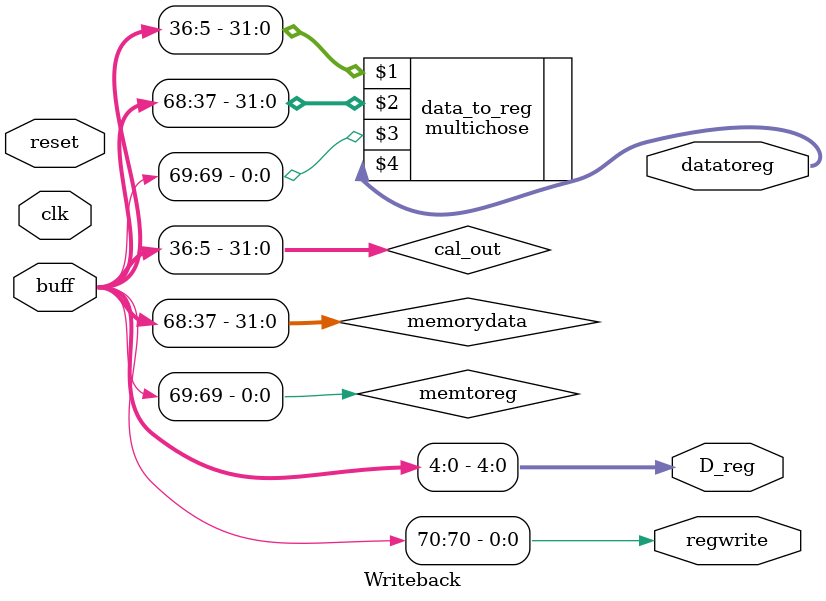
<source format=v>
`timescale 1ns / 1ps


module Writeback(
    input clk,
    input reset,
    input [70:0] buff,
    output wire [31:0]datatoreg,
    output wire regwrite,
    output wire [4:0] D_reg
);


    wire memtoreg;
    wire [31:0] memorydata;
    wire [31:0] cal_out;


    // ½âÎö buff ÐÅºÅ
    assign regwrite = buff[70];
    assign memtoreg = buff[69];
    assign memorydata = buff[68:37];
    assign cal_out = buff[36:5];
    assign D_reg = buff[4:0];
    
    
    multichose data_to_reg(cal_out,memorydata,memtoreg,datatoreg);
    
endmodule

</source>
